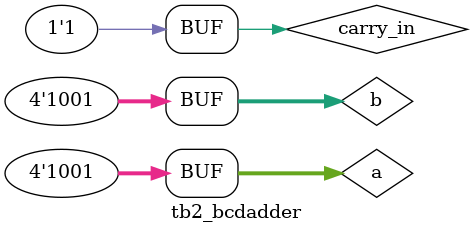
<source format=v>
module tb2_bcdadder;

    // Inputs
    reg [3:0] a;
    reg [3:0] b;
    reg carry_in;

    // Outputs
    wire [3:0] sum;
    wire carry;

    bcd_adder uut (
        .a(a), 
        .b(b), 
        .carry_in(carry_in), 
        .sum(sum), 
        .carry(carry)
    );

    initial begin
        a = 0;  b = 0;  carry_in = 0;   #100;
        a = 6;  b = 9;  carry_in = 0;   #100;
        a = 3;  b = 3;  carry_in = 1;   #100;
        a = 4;  b = 5;  carry_in = 0;   #100;
        a = 8;  b = 2;  carry_in = 0;   #100;
        a = 9;  b = 9;  carry_in = 1;   #100;
    end
endmodule
</source>
